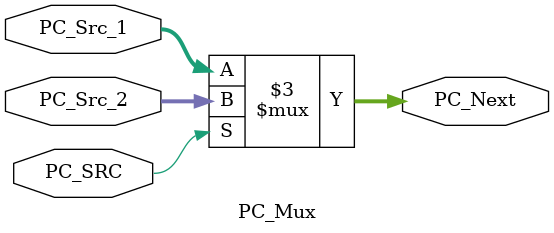
<source format=v>
`timescale 1ns / 1ps


module PC_Mux(
    input  [31:0] PC_Src_1,
    input  [31:0] PC_Src_2,
    input         PC_SRC,
    output reg [31:0] PC_Next
);

    always @(*) begin
        if (PC_SRC)
            PC_Next = PC_Src_2;
        else
            PC_Next = PC_Src_1;
    end

endmodule


</source>
